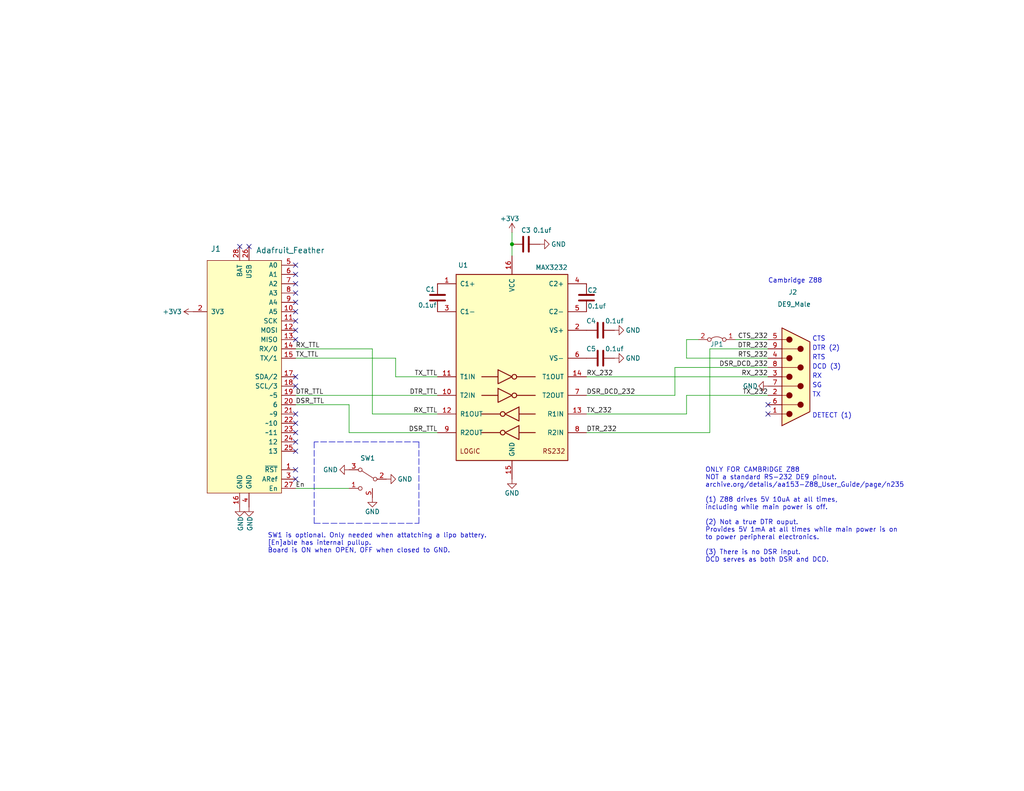
<source format=kicad_sch>
(kicad_sch (version 20211123) (generator eeschema)
  (paper "USLetter")
  (title_block (title "MounT_Z88_Feather") (date "2022-10-23") (rev "002") (company "Brian K. White - b.kenyon.w@gmail.com") (comment 1 "CC-BY-SA") (comment 2 "github.com/bkw777/MounT"))
  (lib_symbols
    (symbol "0_LOCAL:+3V3" (power) (pin_names (offset 0))
      (property "Value" "+3V3" (at 0 3.556 0))
      (symbol "+3V3_0_1"
        (polyline (pts (xy -0.762 1.27) (xy 0 2.54)))
        (polyline (pts (xy 0 0) (xy 0 2.54)))
        (polyline (pts (xy 0 2.54) (xy 0.762 1.27)))
      )
      (symbol "+3V3_1_1"
        (pin power_in line (at 0 0 90) (length 0) hide (name "+3V3") (number "1"))
      )
    )
    (symbol "0_LOCAL:Adafruit_Feather" (pin_names (offset 1.016))
      (property "Reference" "J" (at -10.16 35.56 0))
      (property "Value" "Adafruit_Feather" (at 6.35 -3.81 90))
      (symbol "Adafruit_Feather_0_1"
        (rectangle (start -11.43 34.29) (end 8.89 -29.21) (fill (type background)))
      )
      (symbol "Adafruit_Feather_1_1"
        (pin input line (at -15.24 -22.86 0) (length 3.81) (name "~{RST}") (number "1"))
        (pin bidirectional line (at -15.24 20.32 0) (length 3.81) (name "A5") (number "10"))
        (pin bidirectional line (at -15.24 17.78 0) (length 3.81) (name "SCK") (number "11"))
        (pin bidirectional line (at -15.24 15.24 0) (length 3.81) (name "MOSI") (number "12"))
        (pin bidirectional line (at -15.24 12.7 0) (length 3.81) (name "MISO") (number "13"))
        (pin bidirectional line (at -15.24 10.16 0) (length 3.81) (name "RX/0") (number "14"))
        (pin bidirectional line (at -15.24 7.62 0) (length 3.81) (name "TX/1") (number "15"))
        (pin power_in line (at 0 -33.02 90) (length 3.81) (name "GND") (number "16"))
        (pin bidirectional line (at -15.24 2.54 0) (length 3.81) (name "SDA/2") (number "17"))
        (pin bidirectional line (at -15.24 0 0) (length 3.81) (name "SCL/3") (number "18"))
        (pin bidirectional line (at -15.24 -2.54 0) (length 3.81) (name "~5") (number "19"))
        (pin power_out line (at 12.7 20.32 180) (length 3.81) (name "3V3") (number "2"))
        (pin bidirectional line (at -15.24 -5.08 0) (length 3.81) (name "6") (number "20"))
        (pin bidirectional line (at -15.24 -7.62 0) (length 3.81) (name "~9") (number "21"))
        (pin bidirectional line (at -15.24 -10.16 0) (length 3.81) (name "~10") (number "22"))
        (pin bidirectional line (at -15.24 -12.7 0) (length 3.81) (name "~11") (number "23"))
        (pin bidirectional line (at -15.24 -15.24 0) (length 3.81) (name "12") (number "24"))
        (pin bidirectional line (at -15.24 -17.78 0) (length 3.81) (name "13") (number "25"))
        (pin power_in line (at -2.54 38.1 270) (length 3.81) (name "USB") (number "26"))
        (pin input line (at -15.24 -27.94 0) (length 3.81) (name "En") (number "27"))
        (pin power_in line (at 0 38.1 270) (length 3.81) (name "BAT") (number "28"))
        (pin input line (at -15.24 -25.4 0) (length 3.81) (name "ARef") (number "3"))
        (pin power_in line (at -2.54 -33.02 90) (length 3.81) (name "GND") (number "4"))
        (pin bidirectional line (at -15.24 33.02 0) (length 3.81) (name "A0") (number "5"))
        (pin bidirectional line (at -15.24 30.48 0) (length 3.81) (name "A1") (number "6"))
        (pin bidirectional line (at -15.24 27.94 0) (length 3.81) (name "A2") (number "7"))
        (pin bidirectional line (at -15.24 25.4 0) (length 3.81) (name "A3") (number "8"))
        (pin bidirectional line (at -15.24 22.86 0) (length 3.81) (name "A4") (number "9"))
      )
    )
    (symbol "0_LOCAL:C" (pin_numbers hide) (pin_names (offset 0.254))
      (property "Reference" "C" (at 0.635 2.54 0))
      (property "Value" "C" (at 0.635 -2.54 0))
      (symbol "C_0_1"
        (polyline (pts (xy -2.032 -0.762) (xy 2.032 -0.762)) (stroke (width 0.508)))
        (polyline (pts (xy -2.032 0.762) (xy 2.032 0.762)) (stroke (width 0.508)))
      )
      (symbol "C_1_1"
        (pin passive line (at 0 3.81 270) (length 2.794) (name "~") (number "1"))
        (pin passive line (at 0 -3.81 90) (length 2.794) (name "~") (number "2"))
      )
    )
    (symbol "0_LOCAL:DE9_Male" (pin_names (offset 1.016) hide)
      (property "Reference" "J" (at 0 13.97 0))
      (property "Value" "DE9_Male" (at 0 -14.605 0))
      (symbol "DE9_Male_0_1"
        (circle (center -1.778 -10.16) (radius 0.762) (fill (type outline)))
        (circle (center -1.778 -5.08) (radius 0.762) (fill (type outline)))
        (circle (center -1.778 0) (radius 0.762) (fill (type outline)))
        (circle (center -1.778 5.08) (radius 0.762) (fill (type outline)))
        (circle (center -1.778 10.16) (radius 0.762) (fill (type outline)))
        (polyline (pts (xy -3.81 -10.16) (xy -2.54 -10.16)))
        (polyline (pts (xy -3.81 -7.62) (xy 0.508 -7.62)))
        (polyline (pts (xy -3.81 -5.08) (xy -2.54 -5.08)))
        (polyline (pts (xy -3.81 -2.54) (xy 0.508 -2.54)))
        (polyline (pts (xy -3.81 0) (xy -2.54 0)))
        (polyline (pts (xy -3.81 2.54) (xy 0.508 2.54)))
        (polyline (pts (xy -3.81 5.08) (xy -2.54 5.08)))
        (polyline (pts (xy -3.81 7.62) (xy 0.508 7.62)))
        (polyline (pts (xy -3.81 10.16) (xy -2.54 10.16)))
        (polyline (pts (xy -3.81 -13.335) (xy -3.81 13.335) (xy 3.81 9.525) (xy 3.81 -9.525) (xy -3.81 -13.335)) (stroke (width 0.254)) (fill (type background)))
        (circle (center 1.27 -7.62) (radius 0.762) (fill (type outline)))
        (circle (center 1.27 -2.54) (radius 0.762) (fill (type outline)))
        (circle (center 1.27 2.54) (radius 0.762) (fill (type outline)))
        (circle (center 1.27 7.62) (radius 0.762) (fill (type outline)))
      )
      (symbol "DE9_Male_1_1"
        (pin passive line (at -7.62 -10.16 0) (length 3.81) (name "1") (number "1"))
        (pin passive line (at -7.62 -5.08 0) (length 3.81) (name "2") (number "2"))
        (pin passive line (at -7.62 0 0) (length 3.81) (name "3") (number "3"))
        (pin passive line (at -7.62 5.08 0) (length 3.81) (name "4") (number "4"))
        (pin passive line (at -7.62 10.16 0) (length 3.81) (name "5") (number "5"))
        (pin passive line (at -7.62 -7.62 0) (length 3.81) (name "6") (number "6"))
        (pin passive line (at -7.62 -2.54 0) (length 3.81) (name "7") (number "7"))
        (pin passive line (at -7.62 2.54 0) (length 3.81) (name "8") (number "8"))
        (pin passive line (at -7.62 7.62 0) (length 3.81) (name "9") (number "9"))
      )
    )
    (symbol "0_LOCAL:GND" (power) (pin_names (offset 0))
      (property "Value" "GND" (at 0 -3.81 0))
      (symbol "GND_0_1"
        (polyline (pts (xy 0 0) (xy 0 -1.27) (xy 1.27 -1.27) (xy 0 -2.54) (xy -1.27 -1.27) (xy 0 -1.27)))
      )
      (symbol "GND_1_1"
        (pin power_in line (at 0 0 270) (length 0) hide (name "GND") (number "1"))
      )
    )
    (symbol "0_LOCAL:Jumper_2_Bridged" (pin_names (offset 0) hide)
      (property "Reference" "JP" (at 0 1.905 0))
      (property "Value" "Jumper_2_Bridged" (at 0 -2.54 0))
      (symbol "Jumper_2_Bridged_0_0"
        (circle (center -2.032 0) (radius 0.508))
        (circle (center 2.032 0) (radius 0.508))
      )
      (symbol "Jumper_2_Bridged_0_1"
        (arc (start 1.524 0.254) (mid 0 0.762) (end -1.524 0.254))
      )
      (symbol "Jumper_2_Bridged_1_1"
        (pin passive line (at -5.08 0 0) (length 2.54) (name "A") (number "1"))
        (pin passive line (at 5.08 0 180) (length 2.54) (name "B") (number "2"))
      )
    )
    (symbol "0_LOCAL:SW_SPST_with_shell" (pin_names (offset 0) hide)
      (property "Reference" "SW" (at -1.27 3.81 0))
      (property "Value" "SW_SPST_with_shell" (at 2.54 3.81 0))
      (symbol "SW_SPST_with_shell_0_0"
        (circle (center -2.032 0) (radius 0.508))
        (circle (center 2.032 -2.54) (radius 0.508))
      )
      (symbol "SW_SPST_with_shell_0_1"
        (polyline (pts (xy -1.524 0.254) (xy 1.651 2.286)))
        (circle (center 2.032 2.54) (radius 0.508))
      )
      (symbol "SW_SPST_with_shell_1_1"
        (pin passive line (at 5.08 -2.54 180) (length 2.54) (name "~") (number "1"))
        (pin passive line (at -5.08 0 0) (length 2.54) (name "Common") (number "2"))
        (pin passive line (at 5.08 2.54 180) (length 2.54) (name "~") (number "3"))
        (pin passive line (at -1.27 -5.08 90) (length 2.54) (name "Shell") (number "S"))
      )
    )
    (symbol "Interface_UART:MAX3232" (pin_names (offset 1.016))
      (property "Reference" "U" (at -2.54 28.575 0))
      (property "Value" "MAX3232" (at -2.54 26.67 0))
      (symbol "MAX3232_0_0"
        (text "LOGIC" (at -11.43 -22.86 0) (effects (font (size 1.27 1.27))))
        (text "RS232" (at 11.43 -22.86 0) (effects (font (size 1.27 1.27))))
      )
      (symbol "MAX3232_0_1"
        (rectangle (start -15.24 -25.4) (end 15.24 25.4) (stroke (width 0.254)) (fill (type background)))
        (circle (center -2.54 -17.78) (radius 0.635) (stroke (width 0.254)))
        (circle (center -2.54 -12.7) (radius 0.635) (stroke (width 0.254)))
        (polyline (pts (xy -3.81 -7.62) (xy -8.255 -7.62)) (stroke (width 0.254)))
        (polyline (pts (xy -3.81 -2.54) (xy -8.255 -2.54)) (stroke (width 0.254)))
        (polyline (pts (xy -3.175 -17.78) (xy -8.255 -17.78)) (stroke (width 0.254)))
        (polyline (pts (xy -3.175 -12.7) (xy -8.255 -12.7)) (stroke (width 0.254)))
        (polyline (pts (xy 1.27 -7.62) (xy 6.35 -7.62)) (stroke (width 0.254)))
        (polyline (pts (xy 1.27 -2.54) (xy 6.35 -2.54)) (stroke (width 0.254)))
        (polyline (pts (xy 1.905 -17.78) (xy 6.35 -17.78)) (stroke (width 0.254)))
        (polyline (pts (xy 1.905 -12.7) (xy 6.35 -12.7)) (stroke (width 0.254)))
        (polyline (pts (xy -3.81 -5.715) (xy -3.81 -9.525) (xy 0 -7.62) (xy -3.81 -5.715)) (stroke (width 0.254)))
        (polyline (pts (xy -3.81 -0.635) (xy -3.81 -4.445) (xy 0 -2.54) (xy -3.81 -0.635)) (stroke (width 0.254)))
        (polyline (pts (xy 1.905 -15.875) (xy 1.905 -19.685) (xy -1.905 -17.78) (xy 1.905 -15.875)) (stroke (width 0.254)))
        (polyline (pts (xy 1.905 -10.795) (xy 1.905 -14.605) (xy -1.905 -12.7) (xy 1.905 -10.795)) (stroke (width 0.254)))
        (circle (center 0.635 -7.62) (radius 0.635) (stroke (width 0.254)))
        (circle (center 0.635 -2.54) (radius 0.635) (stroke (width 0.254)))
      )
      (symbol "MAX3232_1_1"
        (pin passive line (at -20.32 22.86 0) (length 5.08) (name "C1+") (number "1"))
        (pin input line (at -20.32 -7.62 0) (length 5.08) (name "T2IN") (number "10"))
        (pin input line (at -20.32 -2.54 0) (length 5.08) (name "T1IN") (number "11"))
        (pin output line (at -20.32 -12.7 0) (length 5.08) (name "R1OUT") (number "12"))
        (pin input line (at 20.32 -12.7 180) (length 5.08) (name "R1IN") (number "13"))
        (pin output line (at 20.32 -2.54 180) (length 5.08) (name "T1OUT") (number "14"))
        (pin power_in line (at 0 -30.48 90) (length 5.08) (name "GND") (number "15"))
        (pin power_in line (at 0 30.48 270) (length 5.08) (name "VCC") (number "16"))
        (pin power_out line (at 20.32 10.16 180) (length 5.08) (name "VS+") (number "2"))
        (pin passive line (at -20.32 15.24 0) (length 5.08) (name "C1-") (number "3"))
        (pin passive line (at 20.32 22.86 180) (length 5.08) (name "C2+") (number "4"))
        (pin passive line (at 20.32 15.24 180) (length 5.08) (name "C2-") (number "5"))
        (pin power_out line (at 20.32 2.54 180) (length 5.08) (name "VS-") (number "6"))
        (pin output line (at 20.32 -7.62 180) (length 5.08) (name "T2OUT") (number "7"))
        (pin input line (at 20.32 -17.78 180) (length 5.08) (name "R2IN") (number "8"))
        (pin output line (at -20.32 -17.78 0) (length 5.08) (name "R2OUT") (number "9"))
      )
    )
  )
  (junction (at 139.7 66.675))
  (no_connect (at 209.55 110.49))
  (no_connect (at 209.55 113.03))
  (no_connect (at 80.645 87.63))
  (no_connect (at 80.645 90.17))
  (no_connect (at 80.645 92.71))
  (no_connect (at 80.645 130.81))
  (no_connect (at 80.645 128.27))
  (no_connect (at 80.645 123.19))
  (no_connect (at 80.645 118.11))
  (no_connect (at 80.645 120.65))
  (no_connect (at 80.645 115.57))
  (no_connect (at 80.645 113.03))
  (no_connect (at 80.645 77.47))
  (no_connect (at 80.645 72.39))
  (no_connect (at 80.645 80.01))
  (no_connect (at 80.645 82.55))
  (no_connect (at 80.645 74.93))
  (no_connect (at 80.645 105.41))
  (no_connect (at 80.645 102.87))
  (no_connect (at 80.645 85.09))
  (no_connect (at 67.945 67.31))
  (no_connect (at 65.405 67.31))
  (polyline (pts (xy 114.3 142.875) (xy 114.3 120.65)))
  (wire (pts (xy 101.6 95.25) (xy 101.6 113.03)))
  (wire (pts (xy 160.02 118.11) (xy 193.675 118.11)))
  (polyline (pts (xy 114.3 120.65) (xy 85.725 120.65)))
  (wire (pts (xy 95.25 118.11) (xy 119.38 118.11)))
  (wire (pts (xy 139.7 66.675) (xy 139.7 69.85)))
  (wire (pts (xy 187.325 97.79) (xy 209.55 97.79)))
  (wire (pts (xy 160.02 107.95) (xy 184.15 107.95)))
  (wire (pts (xy 184.15 100.33) (xy 209.55 100.33)))
  (wire (pts (xy 160.02 102.87) (xy 209.55 102.87)))
  (wire (pts (xy 187.325 97.79) (xy 187.325 92.71)))
  (wire (pts (xy 187.325 113.03) (xy 187.325 107.95)))
  (wire (pts (xy 95.25 110.49) (xy 95.25 118.11)))
  (wire (pts (xy 80.645 107.95) (xy 119.38 107.95)))
  (polyline (pts (xy 85.725 120.65) (xy 85.725 142.875)))
  (wire (pts (xy 160.02 113.03) (xy 187.325 113.03)))
  (wire (pts (xy 107.95 97.79) (xy 107.95 102.87)))
  (wire (pts (xy 80.645 95.25) (xy 101.6 95.25)))
  (polyline (pts (xy 85.725 142.875) (xy 114.3 142.875)))
  (wire (pts (xy 184.15 107.95) (xy 184.15 100.33)))
  (wire (pts (xy 187.325 92.71) (xy 190.5 92.71)))
  (wire (pts (xy 80.645 97.79) (xy 107.95 97.79)))
  (wire (pts (xy 107.95 102.87) (xy 119.38 102.87)))
  (wire (pts (xy 101.6 113.03) (xy 119.38 113.03)))
  (wire (pts (xy 193.675 118.11) (xy 193.675 95.25)))
  (wire (pts (xy 80.645 110.49) (xy 95.25 110.49)))
  (wire (pts (xy 80.645 133.35) (xy 95.25 133.35)))
  (wire (pts (xy 187.325 107.95) (xy 209.55 107.95)))
  (wire (pts (xy 209.55 92.71) (xy 200.66 92.71)))
  (wire (pts (xy 193.675 95.25) (xy 209.55 95.25)))
  (wire (pts (xy 139.7 63.5) (xy 139.7 66.675)))
  (text "CTS" (at 221.615 93.345 0) (effects (font (size 1.27 1.27)) (justify left bottom)))
  (text "ONLY FOR CAMBRIDGE Z88\nNOT a standard RS-232 DE9 pinout.\narchive.org/details/aa153-Z88_User_Guide/page/n235\n\n(1) Z88 drives 5V 10uA at all times,\nincluding while main power is off.\n\n(2) Not a true DTR ouput.\nProvides 5V 1mA at all times while main power is on\nto power peripheral electronics.\n\n(3) There is no DSR input.\nDCD serves as both DSR and DCD.\n" (at 192.405 153.67 0) (effects (font (size 1.27 1.27)) (justify left bottom)))
  (text "RTS" (at 221.615 98.425 0) (effects (font (size 1.27 1.27)) (justify left bottom)))
  (text "SG" (at 221.615 106.045 0) (effects (font (size 1.27 1.27)) (justify left bottom)))
  (text "SW1 is optional. Only needed when attatching a lipo battery.\n[En]able has internal pullup.\nBoard is ON when OPEN, OFF when closed to GND." (at 73.025 151.13 0) (effects (font (size 1.27 1.27)) (justify left bottom)))
  (text "DETECT (1)" (at 221.615 114.3 0) (effects (font (size 1.27 1.27)) (justify left bottom)))
  (text "DCD (3)" (at 221.615 100.965 0) (effects (font (size 1.27 1.27)) (justify left bottom)))
  (text "TX" (at 221.615 108.585 0) (effects (font (size 1.27 1.27)) (justify left bottom)))
  (text "Cambridge Z88" (at 209.55 77.47 0) (effects (font (size 1.27 1.27)) (justify left bottom)))
  (text "DTR (2)" (at 221.615 95.885 0) (effects (font (size 1.27 1.27)) (justify left bottom)))
  (text "RX" (at 221.615 103.505 0) (effects (font (size 1.27 1.27)) (justify left bottom)))
  (label "RTS_232" (at 209.55 97.79 180))
  (label "RX_TTL" (at 80.645 95.25 0))
  (label "CTS_232" (at 209.55 92.71 180))
  (label "DTR_TTL" (at 119.38 107.95 180))
  (label "DSR_DCD_232" (at 160.02 107.95 0))
  (label "DSR_DCD_232" (at 209.55 100.33 180))
  (label "TX_232" (at 209.55 107.95 180))
  (label "RX_TTL" (at 119.38 113.03 180))
  (label "DTR_232" (at 160.02 118.11 0))
  (label "RX_232" (at 209.55 102.87 180))
  (label "DTR_TTL" (at 80.645 107.95 0))
  (label "DTR_232" (at 209.55 95.25 180))
  (label "TX_232" (at 160.02 113.03 0))
  (label "TX_TTL" (at 80.645 97.79 0))
  (label "En" (at 80.645 133.35 0))
  (label "DSR_TTL" (at 80.645 110.49 0))
  (label "DSR_TTL" (at 119.38 118.11 180))
  (label "RX_232" (at 160.02 102.87 0))
  (label "TX_TTL" (at 119.38 102.87 180))
  (symbol (lib_id "0_LOCAL:Adafruit_Feather") (at 65.405 105.41 0) (mirror y) (unit 1)
    (property "Reference" "J1" (at 60.325 67.945 0) (effects (font (size 1.524 1.524)) (justify left)))
    (property "Value" "Adafruit_Feather" (at 69.85 69.215 0) (effects (font (size 1.524 1.524)) (justify right bottom)))
    (property "Footprint" "0_LOCAL:Adafruit_Feather_stagger_6mil" (effects hide))
    (property "Datasheet" "http://ww1.microchip.com/downloads/en/DeviceDoc/Atmel-7766-8-bit-AVR-ATmega16U4-32U4_Summary.pdf" (effects hide))
    (property "Status" "Active" (effects hide))
  )
  (symbol (lib_id "0_LOCAL:+3V3") (at 52.705 85.09 90) (unit 1)
    (property "Reference" "#PWR0106" (effects hide))
    (property "Value" "+3V3" (at 46.99 85.09 90))
  )
  (symbol (lib_id "0_LOCAL:+3V3") (at 139.7 63.5 0) (unit 1)
    (property "Reference" "#PWR0107" (effects hide))
    (property "Value" "+3V3" (at 139.065 59.69 0))
  )
  (symbol (lib_id "Interface_UART:MAX3232") (at 139.7 100.33 0) (unit 1)
    (property "Reference" "U1" (at 126.365 72.39 0))
    (property "Value" "MAX3232" (at 150.495 73.025 0))
    (property "Footprint" "0_LOCAL:SOIC-16_W3.90mm" (effects hide))
    (property "Datasheet" "https://datasheets.maximintegrated.com/en/ds/MAX3222-MAX3241.pdf" (effects hide))
  )
  (symbol (lib_id "0_LOCAL:SW_SPST_with_shell") (at 100.33 130.81 0) (mirror y) (unit 1)
    (property "Reference" "SW1" (at 100.33 125.095 0))
    (property "Value" "CUS-12TB" (effects hide))
    (property "Footprint" "0_LOCAL:EG1215" (effects hide))
    (property "Datasheet" "V0.0" (effects hide))
    (property "Field4" "CUI Inc." (effects hide))
    (property "Field5" "3.96 mm" (effects hide))
    (property "Field6" "Manufacturer Recommendations" (effects hide))
  )
  (symbol (lib_id "0_LOCAL:GND") (at 105.41 130.81 90) (unit 1)
    (property "Reference" "#PWR0103" (effects hide))
    (property "Value" "GND" (at 110.49 130.81 90))
  )
  (symbol (lib_id "0_LOCAL:GND") (at 139.7 130.81 0) (unit 1)
    (property "Reference" "#PWR03" (effects hide))
    (property "Value" "GND" (at 139.7 134.62 0))
  )
  (symbol (lib_id "0_LOCAL:GND") (at 67.945 138.43 0) (unit 1)
    (property "Reference" "#PWR02" (effects hide))
    (property "Value" "GND" (at 68.199 143.002 90))
  )
  (symbol (lib_id "0_LOCAL:GND") (at 65.405 138.43 0) (unit 1)
    (property "Reference" "#PWR01" (effects hide))
    (property "Value" "GND" (at 65.659 143.002 90))
  )
  (symbol (lib_id "0_LOCAL:C") (at 160.02 81.28 0) (unit 1)
    (property "Reference" "C2" (at 160.274 79.248 0) (effects (justify left)))
    (property "Value" "0.1uf" (at 160.274 83.566 0) (effects (justify left)))
    (property "Footprint" "0_LOCAL:C_0805" (effects hide))
  )
  (symbol (lib_id "0_LOCAL:C") (at 119.38 81.28 0) (unit 1)
    (property "Reference" "C1" (at 116.078 78.994 0) (effects (justify left)))
    (property "Value" "0.1uf" (at 114.046 83.312 0) (effects (justify left)))
    (property "Footprint" "0_LOCAL:C_0805" (effects hide))
  )
  (symbol (lib_id "0_LOCAL:C") (at 163.83 90.17 90) (unit 1)
    (property "Reference" "C4" (at 161.29 87.63 90))
    (property "Value" "0.1uf" (at 167.64 87.63 90))
    (property "Footprint" "0_LOCAL:C_0805" (effects hide))
  )
  (symbol (lib_id "0_LOCAL:C") (at 163.83 97.79 90) (unit 1)
    (property "Reference" "C5" (at 161.29 95.25 90))
    (property "Value" "0.1uf" (at 167.64 95.25 90))
    (property "Footprint" "0_LOCAL:C_0805" (effects hide))
  )
  (symbol (lib_id "0_LOCAL:C") (at 143.51 66.675 90) (unit 1)
    (property "Reference" "C3" (at 143.51 62.865 90))
    (property "Value" "0.1uf" (at 147.955 62.865 90))
    (property "Footprint" "0_LOCAL:C_0805" (effects hide))
  )
  (symbol (lib_id "0_LOCAL:GND") (at 101.6 135.89 0) (unit 1)
    (property "Reference" "#PWR0108" (effects hide))
    (property "Value" "GND" (at 101.6 139.7 0))
  )
  (symbol (lib_id "0_LOCAL:GND") (at 209.55 105.41 270) (unit 1)
    (property "Reference" "#PWR0102" (effects hide))
    (property "Value" "GND" (at 206.756 105.41 90) (effects (justify right)))
  )
  (symbol (lib_id "0_LOCAL:DE9_Male") (at 217.17 102.87 0) (unit 1)
    (property "Reference" "J2" (at 215.138 79.756 0) (effects (justify left)))
    (property "Value" "DE9_Male" (at 212.09 83.058 0) (effects (justify left)))
    (property "Footprint" "0_LOCAL:DSUB-9_Male_Vertical_P2.77x2.84mm" (effects hide))
    (property "Datasheet" " ~" (effects hide))
  )
  (symbol (lib_id "0_LOCAL:GND") (at 167.64 97.79 90) (unit 1)
    (property "Reference" "#PWR0101" (effects hide))
    (property "Value" "GND" (at 172.72 97.79 90))
  )
  (symbol (lib_id "0_LOCAL:Jumper_2_Bridged") (at 195.58 92.71 0) (mirror y) (unit 1)
    (property "Reference" "JP1" (at 195.58 93.98 0))
    (property "Value" "Jumper_2_Bridged" (effects hide))
    (property "Footprint" "0_LOCAL:PinHeader_1x02_P2.54mm_Horizontal" (effects hide))
  )
  (symbol (lib_id "0_LOCAL:GND") (at 167.64 90.17 90) (unit 1)
    (property "Reference" "#PWR0104" (effects hide))
    (property "Value" "GND" (at 172.72 90.17 90))
  )
  (symbol (lib_id "0_LOCAL:GND") (at 147.32 66.675 90) (unit 1)
    (property "Reference" "#PWR0105" (effects hide))
    (property "Value" "GND" (at 152.4 66.675 90))
  )
  (symbol (lib_id "0_LOCAL:GND") (at 95.25 128.27 270) (mirror x) (unit 1)
    (property "Reference" "#PWR0109" (effects hide))
    (property "Value" "GND" (at 90.17 128.27 90))
  )
)
</source>
